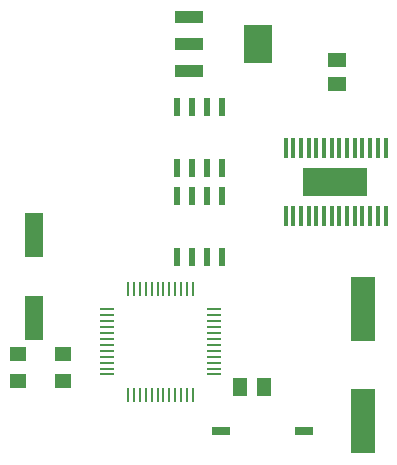
<source format=gtp>
G04 Layer_Color=8421504*
%FSTAX24Y24*%
%MOIN*%
G70*
G01*
G75*
%ADD10O,0.0500X0.0098*%
%ADD11O,0.0098X0.0500*%
%ADD12R,0.0098X0.0500*%
%ADD13R,0.0160X0.0710*%
%ADD14R,0.2170X0.0980*%
%ADD15R,0.0945X0.1299*%
%ADD16R,0.0945X0.0394*%
%ADD17R,0.0787X0.2165*%
%ADD18R,0.0630X0.0315*%
%ADD19R,0.0550X0.0500*%
%ADD20R,0.0500X0.0630*%
%ADD21R,0.0630X0.0500*%
%ADD22R,0.0591X0.1476*%
%ADD23R,0.0200X0.0600*%
D10*
X033531Y026843D02*
D03*
Y026646D02*
D03*
Y026449D02*
D03*
Y026252D02*
D03*
Y026055D02*
D03*
Y025858D02*
D03*
Y025662D02*
D03*
Y025465D02*
D03*
Y025268D02*
D03*
Y025071D02*
D03*
Y024874D02*
D03*
Y024677D02*
D03*
X029989D02*
D03*
Y024874D02*
D03*
Y025071D02*
D03*
Y025268D02*
D03*
Y025465D02*
D03*
Y025662D02*
D03*
Y025858D02*
D03*
Y026055D02*
D03*
Y026252D02*
D03*
Y026449D02*
D03*
Y026646D02*
D03*
Y026843D02*
D03*
D11*
X032843Y023989D02*
D03*
X032646D02*
D03*
X032449D02*
D03*
X032252D02*
D03*
X032055D02*
D03*
X031858D02*
D03*
X031662D02*
D03*
X031465D02*
D03*
X031268D02*
D03*
X031071D02*
D03*
X030874D02*
D03*
X030677D02*
D03*
Y027531D02*
D03*
X030874D02*
D03*
X031071D02*
D03*
X031268D02*
D03*
X031465D02*
D03*
X031662D02*
D03*
X031858D02*
D03*
X032055D02*
D03*
X032252D02*
D03*
X032449D02*
D03*
X032646D02*
D03*
D12*
X032843D02*
D03*
D13*
X03926Y03223D02*
D03*
X039D02*
D03*
X03875D02*
D03*
X03849D02*
D03*
X03823D02*
D03*
X03798D02*
D03*
X03772D02*
D03*
X03747D02*
D03*
X03721D02*
D03*
X03695D02*
D03*
X0367D02*
D03*
X03644D02*
D03*
X03619D02*
D03*
X03593D02*
D03*
Y02995D02*
D03*
X03619D02*
D03*
X03644D02*
D03*
X0367D02*
D03*
X03695D02*
D03*
X03721D02*
D03*
X03747D02*
D03*
X03772D02*
D03*
X03798D02*
D03*
X03823D02*
D03*
X03849D02*
D03*
X03875D02*
D03*
X039D02*
D03*
X03926D02*
D03*
D14*
X03759Y03109D02*
D03*
D15*
X035Y0357D02*
D03*
D16*
X032717Y034794D02*
D03*
Y0357D02*
D03*
Y036606D02*
D03*
D17*
X0385Y02311D02*
D03*
Y02685D02*
D03*
D18*
X036528Y0228D02*
D03*
X033772D02*
D03*
D19*
X027Y02535D02*
D03*
Y02445D02*
D03*
X0285Y02535D02*
D03*
Y02445D02*
D03*
D20*
X0352Y02425D02*
D03*
X0344D02*
D03*
D21*
X03765Y03435D02*
D03*
Y03515D02*
D03*
D22*
X02755Y029328D02*
D03*
Y026572D02*
D03*
D23*
X0323Y0336D02*
D03*
X0328D02*
D03*
X0333D02*
D03*
X0338D02*
D03*
Y03155D02*
D03*
X0333D02*
D03*
X0328D02*
D03*
X0323D02*
D03*
Y030625D02*
D03*
X0328D02*
D03*
X0333D02*
D03*
X0338D02*
D03*
Y028575D02*
D03*
X0333D02*
D03*
X0328D02*
D03*
X0323D02*
D03*
M02*

</source>
